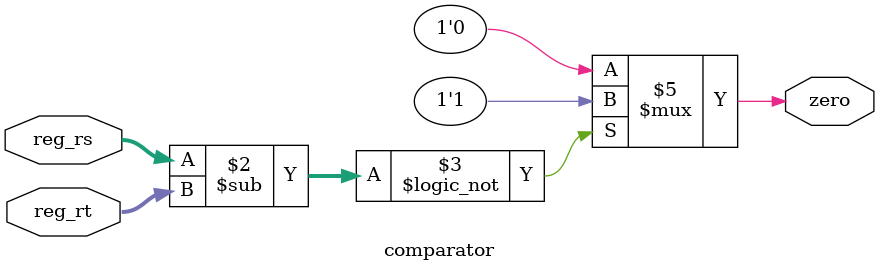
<source format=v>
`timescale 1ns / 1ps


module comparator(// comparator for branch in id stage
   input [31:0]reg_rs, reg_rt,
   output reg zero

    );
    always @(reg_rs or reg_rt)
    begin
    if(reg_rs-reg_rt==0)
       zero=1;
     else
        zero=0;
       
    end
endmodule

</source>
